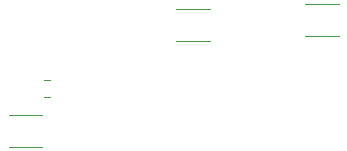
<source format=gto>
%TF.GenerationSoftware,KiCad,Pcbnew,(5.1.4-0-10_14)*%
%TF.CreationDate,2021-01-25T16:41:12+01:00*%
%TF.ProjectId,DAUGHTER_ALLin,44415547-4854-4455-925f-414c4c696e2e,rev?*%
%TF.SameCoordinates,Original*%
%TF.FileFunction,Legend,Top*%
%TF.FilePolarity,Positive*%
%FSLAX46Y46*%
G04 Gerber Fmt 4.6, Leading zero omitted, Abs format (unit mm)*
G04 Created by KiCad (PCBNEW (5.1.4-0-10_14)) date 2021-01-25 16:41:12*
%MOMM*%
%LPD*%
G04 APERTURE LIST*
%ADD10C,0.120000*%
G04 APERTURE END LIST*
D10*
X119181864Y-104494500D02*
X116377736Y-104494500D01*
X119181864Y-107214500D02*
X116377736Y-107214500D01*
X94205048Y-112387700D02*
X94727552Y-112387700D01*
X94205048Y-110967700D02*
X94727552Y-110967700D01*
X91282536Y-116593700D02*
X94086664Y-116593700D01*
X91282536Y-113873700D02*
X94086664Y-113873700D01*
X108259864Y-104913600D02*
X105455736Y-104913600D01*
X108259864Y-107633600D02*
X105455736Y-107633600D01*
M02*

</source>
